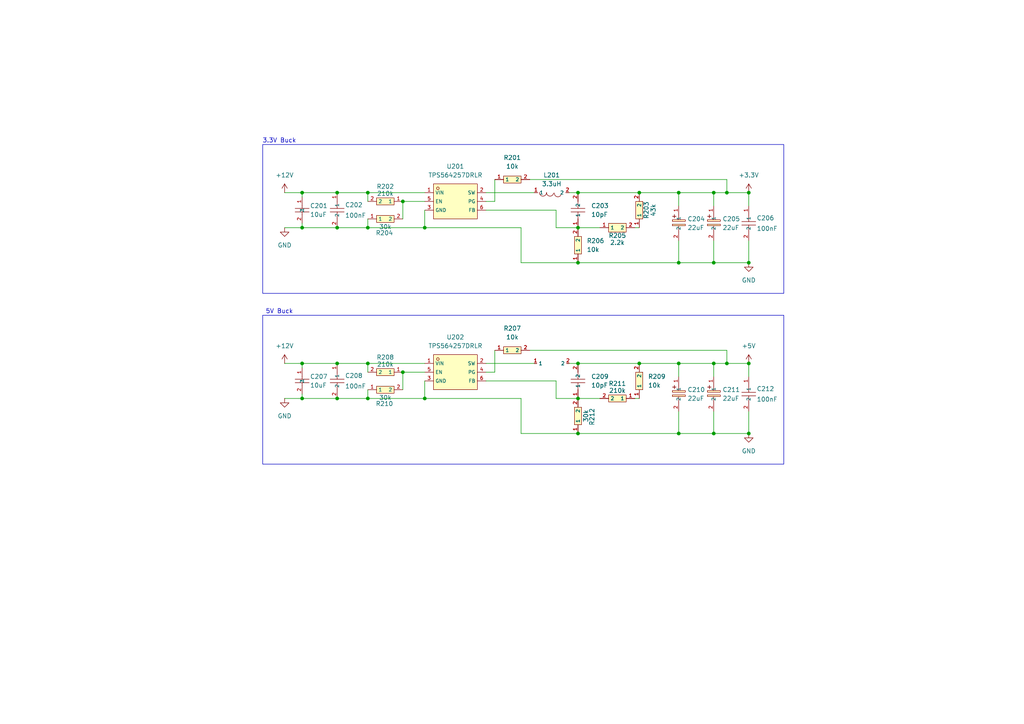
<source format=kicad_sch>
(kicad_sch (version 20231120) (generator "eeschema") (generator_version "8.0")
  (paper "A4")
  (lib_symbols
    (symbol "25TQC22MYFT_1"
      (property "Reference" "C" (at 0 1.27 0))
      (property "Value" "25TQC22MYFT" (at 0 -2.54 0))
      (symbol "25TQC22MYFT_1_0_1"
        (rectangle (start -2.54 -1.2446) (end -1.524 -1.27) (fill (type background)))
        (rectangle (start -2.032 -0.762) (end -2.0066 -1.778) (fill (type background)))
        (rectangle (start -1.016 1.905) (end -0.5588 -1.8288) (fill (type background)))
        (polyline (pts (xy -2.54 0) (xy -1.016 0)))
        (polyline (pts (xy 2.54 0) (xy 0.762 0)))
        (rectangle (start 0.254 1.905) (end 0.7112 -1.8288) (fill (type background)))
        (pin unspecified line (at -5.08 0 0) (length 2.54) (name "1") (number "1"))
        (pin unspecified line (at 5.08 0 180) (length 2.54) (name "2") (number "2"))
      )
    )
    (symbol "AC0603DR-072K2L:AC0603DR-072K2L"
      (property "Reference" "R" (at 0 1.27 0))
      (property "Value" "AC0603DR-072K2L" (at 0 -2.54 0))
      (symbol "AC0603DR-072K2L_0_1"
        (rectangle (start -2.54 1.27) (end 2.54 -1.27) (fill (type background)))
        (pin unspecified line (at -5.08 0 0) (length 2.54) (name "1") (number "1"))
        (pin unspecified line (at 5.08 0 180) (length 2.54) (name "2") (number "2"))
      )
    )
    (symbol "ARG03FTC2103:ARG03FTC2103"
      (property "Reference" "R" (at 0 1.27 0))
      (property "Value" "ARG03FTC2103" (at 0 -2.54 0))
      (symbol "ARG03FTC2103_0_1"
        (rectangle (start -2.54 1.016) (end 2.54 -1.016) (fill (type background)))
        (pin unspecified line (at -5.08 0 0) (length 2.54) (name "1") (number "1"))
        (pin unspecified line (at 5.08 0 180) (length 2.54) (name "2") (number "2"))
      )
    )
    (symbol "CC0603GRNPO9BN100:CC0603GRNPO9BN100"
      (property "Reference" "C" (at 0 1.27 0))
      (property "Value" "CC0603GRNPO9BN100" (at 0 -2.54 0))
      (symbol "CC0603GRNPO9BN100_0_1"
        (polyline (pts (xy -2.032 0.508) (xy 2.032 0.508)))
        (polyline (pts (xy 0 -0.508) (xy 0 -2.54)))
        (polyline (pts (xy 0 2.54) (xy 0 0.508)))
        (polyline (pts (xy 2.032 -0.508) (xy -2.032 -0.508)))
        (pin unspecified line (at 0 -5.08 90) (length 2.54) (name "1") (number "1"))
        (pin unspecified line (at 0 5.08 270) (length 2.54) (name "2") (number "2"))
      )
    )
    (symbol "CC0603KRX7R9BB104:CC0603KRX7R9BB104"
      (property "Reference" "C" (at 0 1.27 0))
      (property "Value" "CC0603KRX7R9BB104" (at 0 -2.54 0))
      (symbol "CC0603KRX7R9BB104_0_1"
        (polyline (pts (xy -0.508 -2.032) (xy -0.508 2.032)))
        (polyline (pts (xy -0.508 0) (xy -2.54 0)))
        (polyline (pts (xy 0.508 2.032) (xy 0.508 -2.032)))
        (polyline (pts (xy 2.54 0) (xy 0.508 0)))
        (pin unspecified line (at -5.08 0 0) (length 2.54) (name "1") (number "1"))
        (pin unspecified line (at 5.08 0 180) (length 2.54) (name "2") (number "2"))
      )
    )
    (symbol "CL21A106KOQNNNE:CL21A106KOQNNNE"
      (property "Reference" "C" (at 0 1.27 0))
      (property "Value" "CL21A106KOQNNNE" (at 0 -2.54 0))
      (symbol "CL21A106KOQNNNE_0_1"
        (polyline (pts (xy -1.27 0) (xy -0.508 0)))
        (polyline (pts (xy -0.508 2.032) (xy -0.508 -2.032)))
        (polyline (pts (xy 0.508 0) (xy 1.27 0)))
        (polyline (pts (xy 0.508 2.032) (xy 0.508 -2.032)))
        (pin input line (at -3.81 0 0) (length 2.54) (name "1") (number "1"))
        (pin input line (at 3.81 0 180) (length 2.54) (name "2") (number "2"))
      )
    )
    (symbol "RC0603FR-0710KL:RC0603FR-0710KL"
      (property "Reference" "R" (at 0 1.27 0))
      (property "Value" "RC0603FR-0710KL" (at 0 -2.54 0))
      (symbol "RC0603FR-0710KL_0_1"
        (rectangle (start -2.54 1.016) (end 2.54 -1.016) (fill (type background)))
        (pin input line (at -5.08 0 0) (length 2.54) (name "1") (number "1"))
        (pin input line (at 5.08 0 180) (length 2.54) (name "2") (number "2"))
      )
    )
    (symbol "RC0603FR-0743KL:RC0603FR-0743KL"
      (property "Reference" "R" (at 0 1.27 0))
      (property "Value" "RC0603FR-0743KL" (at 0 -2.54 0))
      (symbol "RC0603FR-0743KL_0_1"
        (rectangle (start -2.54 1.016) (end 2.54 -1.016) (fill (type background)))
        (pin input line (at -5.08 0 0) (length 2.54) (name "1") (number "1"))
        (pin input line (at 5.08 0 180) (length 2.54) (name "2") (number "2"))
      )
    )
    (symbol "RC0603JR-0730KL:RC0603JR-0730KL"
      (property "Reference" "R" (at 0 1.27 0))
      (property "Value" "RC0603JR-0730KL" (at 0 -2.54 0))
      (symbol "RC0603JR-0730KL_0_1"
        (rectangle (start -2.54 1.016) (end 2.54 -1.016) (fill (type background)))
        (pin input line (at -5.08 0 0) (length 2.54) (name "1") (number "1"))
        (pin input line (at 5.08 0 180) (length 2.54) (name "2") (number "2"))
      )
    )
    (symbol "SLO0530H4R7MTT:SLO0530H4R7MTT"
      (property "Reference" "U" (at 0 1.27 0))
      (property "Value" "SLO0530H4R7MTT" (at 0 -2.54 0))
      (symbol "SLO0530H4R7MTT_0_1"
        (arc (start -2.2674 152.2662) (mid -3.1595 153.3885) (end -4.2858 152.5014))
        (arc (start -2.1318 152.5004) (mid -1.2405 151.3733) (end -0.1135 152.2646))
        (arc (start 0.0196 152.5004) (mid 0.9108 151.3734) (end 2.0378 152.2646))
        (arc (start 4.2312 152.2662) (mid 3.339 153.3886) (end 2.2128 152.5014))
        (pin unspecified line (at -5.08 0 0) (length 0.762) (name "1") (number "1"))
        (pin unspecified line (at 5.08 0 180) (length 0.762) (name "2") (number "2"))
      )
    )
    (symbol "TPS564257DRLR:TPS564257DRLR"
      (property "Reference" "U" (at 0 1.27 0))
      (property "Value" "TPS564257DRLR" (at 0 -2.54 0))
      (symbol "TPS564257DRLR_0_1"
        (rectangle (start -6.35 5.08) (end 6.35 -5.08) (fill (type background)))
        (circle (center -5.08 3.81) (radius 0.381) (fill (type background)))
        (pin unspecified line (at -8.89 2.54 0) (length 2.54) (name "VIN") (number "1"))
        (pin unspecified line (at 8.89 2.54 180) (length 2.54) (name "SW") (number "2"))
        (pin unspecified line (at -8.89 -2.54 0) (length 2.54) (name "GND") (number "3"))
        (pin unspecified line (at 8.89 0 180) (length 2.54) (name "PG") (number "4"))
        (pin unspecified line (at -8.89 0 0) (length 2.54) (name "EN") (number "5"))
        (pin unspecified line (at 8.89 -2.54 180) (length 2.54) (name "FB") (number "6"))
      )
    )
    (symbol "YSPI0730-3R3M:YSPI0730-3R3M"
      (property "Reference" "L" (at 0 1.27 0))
      (property "Value" "YSPI0730-3R3M" (at 0 -2.54 0))
      (symbol "YSPI0730-3R3M_0_1"
        (arc (start -3.5492 0.1176) (mid -2.6577 -1.0092) (end -1.5309 -0.1178))
        (arc (start -1.4918 0.1176) (mid -0.6004 -1.0091) (end 0.5265 -0.1178))
        (arc (start 0.803 -0.1035) (mid 1.6843 -1.1977) (end 2.7824 -0.3213))
        (pin unspecified line (at -5.08 0 0) (length 1.016) (name "1") (number "1"))
        (pin unspecified line (at 5.08 0 180) (length 1.016) (name "2") (number "2"))
      )
    )
    (symbol "power:+12V" (power) (pin_numbers hide) (pin_names (offset 0) hide)
      (property "Value" "+12V" (at 0 3.556 0))
      (symbol "+12V_0_1"
        (polyline (pts (xy -0.762 1.27) (xy 0 2.54)))
        (polyline (pts (xy 0 0) (xy 0 2.54)))
        (polyline (pts (xy 0 2.54) (xy 0.762 1.27)))
      )
      (symbol "+12V_1_1"
        (pin power_in line (at 0 0 90) (length 0) (name "~") (number "1"))
      )
    )
    (symbol "power:+3.3V" (power) (pin_numbers hide) (pin_names (offset 0) hide)
      (property "Value" "+3.3V" (at 0 3.556 0))
      (symbol "+3.3V_0_1"
        (polyline (pts (xy -0.762 1.27) (xy 0 2.54)))
        (polyline (pts (xy 0 0) (xy 0 2.54)))
        (polyline (pts (xy 0 2.54) (xy 0.762 1.27)))
      )
      (symbol "+3.3V_1_1"
        (pin power_in line (at 0 0 90) (length 0) (name "~") (number "1"))
      )
    )
    (symbol "power:+5V" (power) (pin_numbers hide) (pin_names (offset 0) hide)
      (property "Value" "+5V" (at 0 3.556 0))
      (symbol "+5V_0_1"
        (polyline (pts (xy -0.762 1.27) (xy 0 2.54)))
        (polyline (pts (xy 0 0) (xy 0 2.54)))
        (polyline (pts (xy 0 2.54) (xy 0.762 1.27)))
      )
      (symbol "+5V_1_1"
        (pin power_in line (at 0 0 90) (length 0) (name "~") (number "1"))
      )
    )
    (symbol "power:GND" (power) (pin_numbers hide) (pin_names (offset 0) hide)
      (property "Value" "GND" (at 0 -3.81 0))
      (symbol "GND_0_1"
        (polyline (pts (xy 0 0) (xy 0 -1.27) (xy 1.27 -1.27) (xy 0 -2.54) (xy -1.27 -1.27) (xy 0 -1.27)))
      )
      (symbol "GND_1_1"
        (pin power_in line (at 0 0 270) (length 0) (name "~") (number "1"))
      )
    )
  )
  (junction (at 210.82 105.41))
  (junction (at 167.64 125.73))
  (junction (at 217.17 76.2))
  (junction (at 207.01 55.88))
  (junction (at 123.19 66.04))
  (junction (at 196.85 76.2))
  (junction (at 167.64 55.88))
  (junction (at 217.17 55.88))
  (junction (at 217.17 105.41))
  (junction (at 217.17 125.73))
  (junction (at 87.63 105.41))
  (junction (at 87.63 55.88))
  (junction (at 207.01 76.2))
  (junction (at 167.64 105.41))
  (junction (at 196.85 105.41))
  (junction (at 196.85 125.73))
  (junction (at 185.42 105.41))
  (junction (at 167.64 66.04))
  (junction (at 106.68 55.88))
  (junction (at 116.84 58.42))
  (junction (at 106.68 115.57))
  (junction (at 106.68 66.04))
  (junction (at 87.63 66.04))
  (junction (at 123.19 115.57))
  (junction (at 87.63 115.57))
  (junction (at 97.79 55.88))
  (junction (at 207.01 105.41))
  (junction (at 207.01 125.73))
  (junction (at 185.42 55.88))
  (junction (at 97.79 115.57))
  (junction (at 97.79 105.41))
  (junction (at 196.85 55.88))
  (junction (at 167.64 76.2))
  (junction (at 116.84 107.95))
  (junction (at 167.64 115.57))
  (junction (at 210.82 55.88))
  (junction (at 97.79 66.04))
  (junction (at 106.68 105.41))
  (wire (pts (xy 161.29 110.49) (xy 161.29 115.57)))
  (wire (pts (xy 82.55 115.57) (xy 87.63 115.57)))
  (wire (pts (xy 207.01 125.73) (xy 217.17 125.73)))
  (wire (pts (xy 167.64 115.57) (xy 173.99 115.57)))
  (wire (pts (xy 123.19 115.57) (xy 123.19 110.49)))
  (wire (pts (xy 207.01 69.85) (xy 207.01 76.2)))
  (wire (pts (xy 210.82 55.88) (xy 217.17 55.88)))
  (wire (pts (xy 87.63 55.88) (xy 87.63 57.15)))
  (wire (pts (xy 196.85 105.41) (xy 196.85 109.22)))
  (wire (pts (xy 106.68 55.88) (xy 123.19 55.88)))
  (wire (pts (xy 196.85 105.41) (xy 207.01 105.41)))
  (wire (pts (xy 140.97 55.88) (xy 154.94 55.88)))
  (wire (pts (xy 87.63 55.88) (xy 97.79 55.88)))
  (wire (pts (xy 210.82 105.41) (xy 210.82 101.6)))
  (wire (pts (xy 185.42 105.41) (xy 196.85 105.41)))
  (wire (pts (xy 87.63 115.57) (xy 97.79 115.57)))
  (wire (pts (xy 116.84 107.95) (xy 116.84 113.03)))
  (wire (pts (xy 140.97 105.41) (xy 154.94 105.41)))
  (wire (pts (xy 106.68 115.57) (xy 123.19 115.57)))
  (wire (pts (xy 196.85 119.38) (xy 196.85 125.73)))
  (wire (pts (xy 87.63 105.41) (xy 97.79 105.41)))
  (wire (pts (xy 217.17 55.88) (xy 217.17 59.69)))
  (wire (pts (xy 106.68 105.41) (xy 123.19 105.41)))
  (wire (pts (xy 167.64 105.41) (xy 185.42 105.41)))
  (wire (pts (xy 116.84 58.42) (xy 123.19 58.42)))
  (wire (pts (xy 106.68 63.5) (xy 106.68 66.04)))
  (wire (pts (xy 123.19 115.57) (xy 151.13 115.57)))
  (wire (pts (xy 140.97 107.95) (xy 143.51 107.95)))
  (wire (pts (xy 87.63 114.3) (xy 87.63 115.57)))
  (wire (pts (xy 196.85 55.88) (xy 196.85 59.69)))
  (wire (pts (xy 161.29 66.04) (xy 167.64 66.04)))
  (wire (pts (xy 116.84 107.95) (xy 123.19 107.95)))
  (wire (pts (xy 82.55 105.41) (xy 87.63 105.41)))
  (wire (pts (xy 140.97 60.96) (xy 161.29 60.96)))
  (wire (pts (xy 143.51 101.6) (xy 143.51 107.95)))
  (wire (pts (xy 116.84 58.42) (xy 116.84 63.5)))
  (wire (pts (xy 151.13 125.73) (xy 167.64 125.73)))
  (wire (pts (xy 140.97 110.49) (xy 161.29 110.49)))
  (wire (pts (xy 185.42 66.04) (xy 184.15 66.04)))
  (wire (pts (xy 165.1 105.41) (xy 167.64 105.41)))
  (wire (pts (xy 196.85 69.85) (xy 196.85 76.2)))
  (wire (pts (xy 196.85 125.73) (xy 207.01 125.73)))
  (wire (pts (xy 217.17 105.41) (xy 217.17 109.22)))
  (wire (pts (xy 167.64 55.88) (xy 185.42 55.88)))
  (wire (pts (xy 196.85 55.88) (xy 207.01 55.88)))
  (wire (pts (xy 210.82 101.6) (xy 153.67 101.6)))
  (wire (pts (xy 196.85 76.2) (xy 167.64 76.2)))
  (wire (pts (xy 167.64 76.2) (xy 151.13 76.2)))
  (wire (pts (xy 210.82 52.07) (xy 153.67 52.07)))
  (wire (pts (xy 210.82 105.41) (xy 217.17 105.41)))
  (wire (pts (xy 123.19 66.04) (xy 123.19 60.96)))
  (wire (pts (xy 97.79 115.57) (xy 106.68 115.57)))
  (wire (pts (xy 161.29 60.96) (xy 161.29 66.04)))
  (wire (pts (xy 207.01 55.88) (xy 210.82 55.88)))
  (wire (pts (xy 82.55 66.04) (xy 87.63 66.04)))
  (wire (pts (xy 106.68 105.41) (xy 106.68 107.95)))
  (wire (pts (xy 87.63 64.77) (xy 87.63 66.04)))
  (wire (pts (xy 151.13 125.73) (xy 151.13 115.57)))
  (wire (pts (xy 185.42 115.57) (xy 184.15 115.57)))
  (wire (pts (xy 165.1 55.88) (xy 167.64 55.88)))
  (wire (pts (xy 207.01 105.41) (xy 207.01 109.22)))
  (wire (pts (xy 143.51 52.07) (xy 143.51 58.42)))
  (wire (pts (xy 106.68 55.88) (xy 106.68 58.42)))
  (wire (pts (xy 151.13 76.2) (xy 151.13 66.04)))
  (wire (pts (xy 217.17 119.38) (xy 217.17 125.73)))
  (wire (pts (xy 97.79 66.04) (xy 106.68 66.04)))
  (wire (pts (xy 207.01 119.38) (xy 207.01 125.73)))
  (wire (pts (xy 82.55 55.88) (xy 87.63 55.88)))
  (wire (pts (xy 167.64 66.04) (xy 173.99 66.04)))
  (wire (pts (xy 217.17 69.85) (xy 217.17 76.2)))
  (wire (pts (xy 97.79 105.41) (xy 106.68 105.41)))
  (wire (pts (xy 123.19 66.04) (xy 151.13 66.04)))
  (wire (pts (xy 140.97 58.42) (xy 143.51 58.42)))
  (wire (pts (xy 207.01 55.88) (xy 207.01 59.69)))
  (wire (pts (xy 97.79 55.88) (xy 106.68 55.88)))
  (wire (pts (xy 185.42 55.88) (xy 196.85 55.88)))
  (wire (pts (xy 210.82 55.88) (xy 210.82 52.07)))
  (wire (pts (xy 87.63 105.41) (xy 87.63 106.68)))
  (wire (pts (xy 106.68 113.03) (xy 106.68 115.57)))
  (wire (pts (xy 87.63 66.04) (xy 97.79 66.04)))
  (wire (pts (xy 161.29 115.57) (xy 167.64 115.57)))
  (wire (pts (xy 167.64 125.73) (xy 196.85 125.73)))
  (wire (pts (xy 207.01 76.2) (xy 196.85 76.2)))
  (wire (pts (xy 207.01 105.41) (xy 210.82 105.41)))
  (wire (pts (xy 106.68 66.04) (xy 123.19 66.04)))
  (wire (pts (xy 207.01 76.2) (xy 217.17 76.2)))
  (rectangle (start 76.2 91.44) (end 227.33 134.62))
  (rectangle (start 76.2 41.91) (end 227.33 85.09))
  (text "3.3V Buck\n" (at 81.026 40.894 0) (effects (font (size 1.27 1.27))))
  (text "5V Buck\n" (at 81.026 90.424 0) (effects (font (size 1.27 1.27))))
  (symbol (lib_name "25TQC22MYFT_1") (lib_id "25TQC22MYFT:25TQC22MYFT") (at 207.01 114.3 270) (unit 1)
    (property "Reference" "C211" (at 209.55 113.0299 90) (effects (justify left)))
    (property "Value" "22uF" (at 209.55 115.5699 90) (effects (justify left)))
    (property "Footprint" "footprint:CAP-SMD_L7.3-W4.3-L-FD" (effects (hide yes)))
    (property "Datasheet" "https://atta.szlcsc.com/upload/public/pdf/source/20190802/C347563_F76D2DABB4D2FE47A4D928F7E571FC5F.pdf" (effects (hide yes)))
    (property "LCSC" "C347543" (effects (hide yes)))
  )
  (symbol (lib_id "power:+3.3V") (at 217.17 55.88 0) (unit 1)
    (property "Reference" "#PWR0202" (effects (hide yes)))
    (property "Value" "+3.3V" (at 217.17 50.8 0))
    (property "Description" "Power symbol creates a global label with name \"+3.3V\"" (effects (hide yes)))
  )
  (symbol (lib_id "power:GND") (at 82.55 115.57 0) (unit 1)
    (property "Reference" "#PWR0207" (effects (hide yes)))
    (property "Value" "GND" (at 82.55 120.65 0))
    (property "Description" "Power symbol creates a global label with name \"GND\" , ground" (effects (hide yes)))
  )
  (symbol (lib_id "RC0603FR-0710KL:RC0603FR-0710KL") (at 185.42 110.49 90) (unit 1)
    (property "Reference" "R209" (at 187.96 109.2199 90) (effects (justify right)))
    (property "Value" "10k" (at 187.96 111.7599 90) (effects (justify right)))
    (property "Footprint" "footprint:R0603" (effects (hide yes)))
    (property "Datasheet" "https://www.mouser.in/datasheet/2/447/PYu_RT_1_to_0_01_RoHS_L_11-1669912.pdf" (effects (hide yes)))
    (property "LCSC" "C98220" (effects (hide yes)))
  )
  (symbol (lib_id "RC0603JR-0730KL:RC0603JR-0730KL") (at 111.76 63.5 0) (unit 1)
    (property "Reference" "R204" (at 111.506 67.564 0))
    (property "Value" "30k" (at 111.76 65.786 0))
    (property "Footprint" "footprint:R0603" (effects (hide yes)))
    (property "Datasheet" "https://www.mouser.in/datasheet/2/447/PYu_RT_1_to_0_01_RoHS_L_11-1669912.pdf" (effects (hide yes)))
    (property "LCSC" "C113302" (effects (hide yes)))
  )
  (symbol (lib_id "RC0603FR-0743KL:RC0603FR-0743KL") (at 185.42 60.96 90) (unit 1)
    (property "Reference" "R203" (at 187.452 60.96 0))
    (property "Value" "43k" (at 189.484 60.96 0))
    (property "Footprint" "footprint:R0603" (effects (hide yes)))
    (property "Datasheet" "https://www.mouser.in/datasheet/2/447/PYu_RT_1_to_0_01_RoHS_L_11-1669912.pdf" (effects (hide yes)))
    (property "LCSC" "C137719" (effects (hide yes)))
  )
  (symbol (lib_id "CL21A106KOQNNNE:CL21A106KOQNNNE") (at 87.63 110.49 270) (unit 1)
    (property "Reference" "C207" (at 89.916 109.22 90) (effects (justify left)))
    (property "Value" "10uF" (at 89.916 111.76 90) (effects (justify left)))
    (property "Footprint" "footprint:C0805" (effects (hide yes)))
    (property "Datasheet" "https://item.szlcsc.com/373011.html" (effects (hide yes)))
    (property "LCSC" "C1713" (effects (hide yes)))
  )
  (symbol (lib_name "25TQC22MYFT_1") (lib_id "25TQC22MYFT:25TQC22MYFT") (at 207.01 64.77 270) (unit 1)
    (property "Reference" "C205" (at 209.55 63.4999 90) (effects (justify left)))
    (property "Value" "22uF" (at 209.55 66.0399 90) (effects (justify left)))
    (property "Footprint" "footprint:CAP-SMD_L7.3-W4.3-L-FD" (effects (hide yes)))
    (property "Datasheet" "https://atta.szlcsc.com/upload/public/pdf/source/20190802/C347563_F76D2DABB4D2FE47A4D928F7E571FC5F.pdf" (effects (hide yes)))
    (property "LCSC" "C347543" (effects (hide yes)))
  )
  (symbol (lib_id "CC0603KRX7R9BB104:CC0603KRX7R9BB104") (at 97.79 60.96 270) (unit 1)
    (property "Reference" "C202" (at 100.076 59.436 90) (effects (justify left)))
    (property "Value" "100nF" (at 100.076 62.484 90) (effects (justify left)))
    (property "Footprint" "footprint:C0603" (effects (hide yes)))
    (property "Datasheet" "https://item.szlcsc.com/362304.html" (effects (hide yes)))
    (property "LCSC" "C14663" (effects (hide yes)))
  )
  (symbol (lib_id "power:GND") (at 82.55 66.04 0) (unit 1)
    (property "Reference" "#PWR0203" (effects (hide yes)))
    (property "Value" "GND" (at 82.55 71.12 0))
    (property "Description" "Power symbol creates a global label with name \"GND\" , ground" (effects (hide yes)))
  )
  (symbol (lib_id "CC0603GRNPO9BN100:CC0603GRNPO9BN100") (at 167.64 60.96 0) (unit 1)
    (property "Reference" "C203" (at 171.45 59.6899 0) (effects (justify left)))
    (property "Value" "10pF" (at 171.45 62.2299 0) (effects (justify left)))
    (property "Footprint" "footprint:C0603" (effects (hide yes)))
    (property "Datasheet" "https://item.szlcsc.com/362304.html" (effects (hide yes)))
    (property "LCSC" "C325468" (effects (hide yes)))
  )
  (symbol (lib_id "RC0603FR-0710KL:RC0603FR-0710KL") (at 148.59 52.07 0) (unit 1)
    (property "Reference" "R201" (at 148.59 45.72 0))
    (property "Value" "10k" (at 148.59 48.26 0))
    (property "Footprint" "footprint:R0603" (effects (hide yes)))
    (property "Datasheet" "https://www.mouser.in/datasheet/2/447/PYu_RT_1_to_0_01_RoHS_L_11-1669912.pdf" (effects (hide yes)))
    (property "LCSC" "C98220" (effects (hide yes)))
  )
  (symbol (lib_id "YSPI0730-3R3M:YSPI0730-3R3M") (at 160.02 55.88 0) (unit 1)
    (property "Reference" "L201" (at 160.02 50.8 0))
    (property "Value" "3.3uH" (at 160.02 53.34 0))
    (property "Footprint" "footprint:IND-SMD_L7.3-W6.6" (effects (hide yes)))
    (property "Datasheet" "https://item.szlcsc.com/403952.html" (effects (hide yes)))
    (property "LCSC" "C351116" (effects (hide yes)))
  )
  (symbol (lib_name "25TQC22MYFT_1") (lib_id "25TQC22MYFT:25TQC22MYFT") (at 196.85 64.77 270) (unit 1)
    (property "Reference" "C204" (at 199.39 63.4999 90) (effects (justify left)))
    (property "Value" "22uF" (at 199.39 66.0399 90) (effects (justify left)))
    (property "Footprint" "footprint:CAP-SMD_L7.3-W4.3-L-FD" (effects (hide yes)))
    (property "Datasheet" "https://atta.szlcsc.com/upload/public/pdf/source/20190802/C347563_F76D2DABB4D2FE47A4D928F7E571FC5F.pdf" (effects (hide yes)))
    (property "LCSC" "C347543" (effects (hide yes)))
  )
  (symbol (lib_id "power:GND") (at 217.17 125.73 0) (unit 1)
    (property "Reference" "#PWR0208" (effects (hide yes)))
    (property "Value" "GND" (at 217.17 130.81 0))
    (property "Description" "Power symbol creates a global label with name \"GND\" , ground" (effects (hide yes)))
  )
  (symbol (lib_id "ARG03FTC2103:ARG03FTC2103") (at 111.76 58.42 180) (unit 1)
    (property "Reference" "R202" (at 111.76 54.102 0))
    (property "Value" "210k" (at 111.76 56.134 0))
    (property "Footprint" "footprint:R0603" (effects (hide yes)))
    (property "Datasheet" "https://www.mouser.in/datasheet/2/447/PYu_RT_1_to_0_01_RoHS_L_11-1669912.pdf" (effects (hide yes)))
    (property "LCSC" "C217875" (effects (hide yes)))
  )
  (symbol (lib_id "RC0603FR-0710KL:RC0603FR-0710KL") (at 148.59 101.6 0) (unit 1)
    (property "Reference" "R207" (at 148.59 95.25 0))
    (property "Value" "10k" (at 148.59 97.79 0))
    (property "Footprint" "footprint:R0603" (effects (hide yes)))
    (property "Datasheet" "https://www.mouser.in/datasheet/2/447/PYu_RT_1_to_0_01_RoHS_L_11-1669912.pdf" (effects (hide yes)))
    (property "LCSC" "C98220" (effects (hide yes)))
  )
  (symbol (lib_name "25TQC22MYFT_1") (lib_id "25TQC22MYFT:25TQC22MYFT") (at 196.85 114.3 270) (unit 1)
    (property "Reference" "C210" (at 199.39 113.0299 90) (effects (justify left)))
    (property "Value" "22uF" (at 199.39 115.5699 90) (effects (justify left)))
    (property "Footprint" "footprint:CAP-SMD_L7.3-W4.3-L-FD" (effects (hide yes)))
    (property "Datasheet" "https://atta.szlcsc.com/upload/public/pdf/source/20190802/C347563_F76D2DABB4D2FE47A4D928F7E571FC5F.pdf" (effects (hide yes)))
    (property "LCSC" "C347543" (effects (hide yes)))
  )
  (symbol (lib_id "ARG03FTC2103:ARG03FTC2103") (at 111.76 107.95 180) (unit 1)
    (property "Reference" "R208" (at 111.76 103.632 0))
    (property "Value" "210k" (at 111.76 105.664 0))
    (property "Footprint" "footprint:R0603" (effects (hide yes)))
    (property "Datasheet" "https://www.mouser.in/datasheet/2/447/PYu_RT_1_to_0_01_RoHS_L_11-1669912.pdf" (effects (hide yes)))
    (property "LCSC" "C217875" (effects (hide yes)))
  )
  (symbol (lib_id "RC0603JR-0730KL:RC0603JR-0730KL") (at 111.76 113.03 0) (unit 1)
    (property "Reference" "R210" (at 111.506 117.094 0))
    (property "Value" "30k" (at 111.76 115.316 0))
    (property "Footprint" "footprint:R0603" (effects (hide yes)))
    (property "Datasheet" "https://www.mouser.in/datasheet/2/447/PYu_RT_1_to_0_01_RoHS_L_11-1669912.pdf" (effects (hide yes)))
    (property "LCSC" "C113302" (effects (hide yes)))
  )
  (symbol (lib_id "power:+5V") (at 217.17 105.41 0) (unit 1)
    (property "Reference" "#PWR0206" (effects (hide yes)))
    (property "Value" "+5V" (at 217.17 100.33 0))
    (property "Description" "Power symbol creates a global label with name \"+5V\"" (effects (hide yes)))
  )
  (symbol (lib_id "CC0603KRX7R9BB104:CC0603KRX7R9BB104") (at 97.79 110.49 270) (unit 1)
    (property "Reference" "C208" (at 100.076 108.966 90) (effects (justify left)))
    (property "Value" "100nF" (at 100.076 112.014 90) (effects (justify left)))
    (property "Footprint" "footprint:C0603" (effects (hide yes)))
    (property "Datasheet" "https://item.szlcsc.com/362304.html" (effects (hide yes)))
    (property "LCSC" "C14663" (effects (hide yes)))
  )
  (symbol (lib_id "CL21A106KOQNNNE:CL21A106KOQNNNE") (at 87.63 60.96 270) (unit 1)
    (property "Reference" "C201" (at 89.916 59.69 90) (effects (justify left)))
    (property "Value" "10uF" (at 89.916 62.23 90) (effects (justify left)))
    (property "Footprint" "footprint:C0805" (effects (hide yes)))
    (property "Datasheet" "https://item.szlcsc.com/373011.html" (effects (hide yes)))
    (property "LCSC" "C1713" (effects (hide yes)))
  )
  (symbol (lib_id "CC0603KRX7R9BB104:CC0603KRX7R9BB104") (at 217.17 114.3 270) (unit 1)
    (property "Reference" "C212" (at 219.456 112.776 90) (effects (justify left)))
    (property "Value" "100nF" (at 219.456 115.824 90) (effects (justify left)))
    (property "Footprint" "footprint:C0603" (effects (hide yes)))
    (property "Datasheet" "https://item.szlcsc.com/362304.html" (effects (hide yes)))
    (property "LCSC" "C14663" (effects (hide yes)))
  )
  (symbol (lib_id "SLO0530H4R7MTT:SLO0530H4R7MTT") (at 160.02 105.41 0) (unit 1)
    (property "Reference" "U203" (at 160.02 -52.07 0))
    (property "Value" "SLO0530H4R7MTT" (at 160.02 -49.53 0))
    (property "Footprint" "footprint:IND-SMD_L5.4-W5.2" (effects (hide yes)))
    (property "Datasheet" "https://item.szlcsc.com/161365.html" (effects (hide yes)))
    (property "LCSC" "C325964" (effects (hide yes)))
  )
  (symbol (lib_id "TPS564257DRLR:TPS564257DRLR") (at 132.08 107.95 0) (unit 1)
    (property "Reference" "U202" (at 132.08 97.79 0))
    (property "Value" "TPS564257DRLR" (at 132.08 100.33 0))
    (property "Footprint" "footprint:SOT-563-6_L1.6-W1.2-P0.5-LS1.6-BR" (effects (hide yes)))
    (property "Datasheet" "https://atta.szlcsc.com/upload/public/pdf/source/20211112/07A5C87B8A7128A020B46533403FD3ED.pdf" (effects (hide yes)))
    (property "LCSC" "C19272233" (effects (hide yes)))
  )
  (symbol (lib_id "power:+12V") (at 82.55 55.88 0) (unit 1)
    (property "Reference" "#PWR0201" (effects (hide yes)))
    (property "Value" "+12V" (at 82.55 50.8 0))
    (property "Description" "Power symbol creates a global label with name \"+12V\"" (effects (hide yes)))
  )
  (symbol (lib_id "AC0603DR-072K2L:AC0603DR-072K2L") (at 179.07 66.04 0) (unit 1)
    (property "Reference" "R205" (at 179.07 68.326 0))
    (property "Value" "2.2k" (at 179.07 70.358 0))
    (property "Footprint" "footprint:R0603" (effects (hide yes)))
    (property "Datasheet" "https://www.mouser.in/datasheet/2/447/PYu_RT_1_to_0_01_RoHS_L_11-1669912.pdf" (effects (hide yes)))
    (property "LCSC" "C227479" (effects (hide yes)))
  )
  (symbol (lib_id "TPS564257DRLR:TPS564257DRLR") (at 132.08 58.42 0) (unit 1)
    (property "Reference" "U201" (at 132.08 48.26 0))
    (property "Value" "TPS564257DRLR" (at 132.08 50.8 0))
    (property "Footprint" "footprint:SOT-563-6_L1.6-W1.2-P0.5-LS1.6-BR" (effects (hide yes)))
    (property "Datasheet" "https://atta.szlcsc.com/upload/public/pdf/source/20211112/07A5C87B8A7128A020B46533403FD3ED.pdf" (effects (hide yes)))
    (property "LCSC" "C19272233" (effects (hide yes)))
  )
  (symbol (lib_id "ARG03FTC2103:ARG03FTC2103") (at 179.07 115.57 180) (unit 1)
    (property "Reference" "R211" (at 179.07 111.252 0))
    (property "Value" "210k" (at 179.07 113.284 0))
    (property "Footprint" "footprint:R0603" (effects (hide yes)))
    (property "Datasheet" "https://www.mouser.in/datasheet/2/447/PYu_RT_1_to_0_01_RoHS_L_11-1669912.pdf" (effects (hide yes)))
    (property "LCSC" "C217875" (effects (hide yes)))
  )
  (symbol (lib_id "RC0603FR-0710KL:RC0603FR-0710KL") (at 167.64 71.12 90) (unit 1)
    (property "Reference" "R206" (at 170.18 69.8499 90) (effects (justify right)))
    (property "Value" "10k" (at 170.18 72.3899 90) (effects (justify right)))
    (property "Footprint" "footprint:R0603" (effects (hide yes)))
    (property "Datasheet" "https://www.mouser.in/datasheet/2/447/PYu_RT_1_to_0_01_RoHS_L_11-1669912.pdf" (effects (hide yes)))
    (property "LCSC" "C98220" (effects (hide yes)))
  )
  (symbol (lib_id "power:GND") (at 217.17 76.2 0) (unit 1)
    (property "Reference" "#PWR0204" (effects (hide yes)))
    (property "Value" "GND" (at 217.17 81.28 0))
    (property "Description" "Power symbol creates a global label with name \"GND\" , ground" (effects (hide yes)))
  )
  (symbol (lib_id "RC0603JR-0730KL:RC0603JR-0730KL") (at 167.64 120.65 90) (unit 1)
    (property "Reference" "R212" (at 171.704 120.904 0))
    (property "Value" "30k" (at 169.926 120.65 0))
    (property "Footprint" "footprint:R0603" (effects (hide yes)))
    (property "Datasheet" "https://www.mouser.in/datasheet/2/447/PYu_RT_1_to_0_01_RoHS_L_11-1669912.pdf" (effects (hide yes)))
    (property "LCSC" "C113302" (effects (hide yes)))
  )
  (symbol (lib_id "power:+12V") (at 82.55 105.41 0) (unit 1)
    (property "Reference" "#PWR0205" (effects (hide yes)))
    (property "Value" "+12V" (at 82.55 100.33 0))
    (property "Description" "Power symbol creates a global label with name \"+12V\"" (effects (hide yes)))
  )
  (symbol (lib_id "CC0603GRNPO9BN100:CC0603GRNPO9BN100") (at 167.64 110.49 0) (unit 1)
    (property "Reference" "C209" (at 171.45 109.2199 0) (effects (justify left)))
    (property "Value" "10pF" (at 171.45 111.7599 0) (effects (justify left)))
    (property "Footprint" "footprint:C0603" (effects (hide yes)))
    (property "Datasheet" "https://item.szlcsc.com/362304.html" (effects (hide yes)))
    (property "LCSC" "C325468" (effects (hide yes)))
  )
  (symbol (lib_id "CC0603KRX7R9BB104:CC0603KRX7R9BB104") (at 217.17 64.77 270) (unit 1)
    (property "Reference" "C206" (at 219.456 63.246 90) (effects (justify left)))
    (property "Value" "100nF" (at 219.456 66.294 90) (effects (justify left)))
    (property "Footprint" "footprint:C0603" (effects (hide yes)))
    (property "Datasheet" "https://item.szlcsc.com/362304.html" (effects (hide yes)))
    (property "LCSC" "C14663" (effects (hide yes)))
  )
)
</source>
